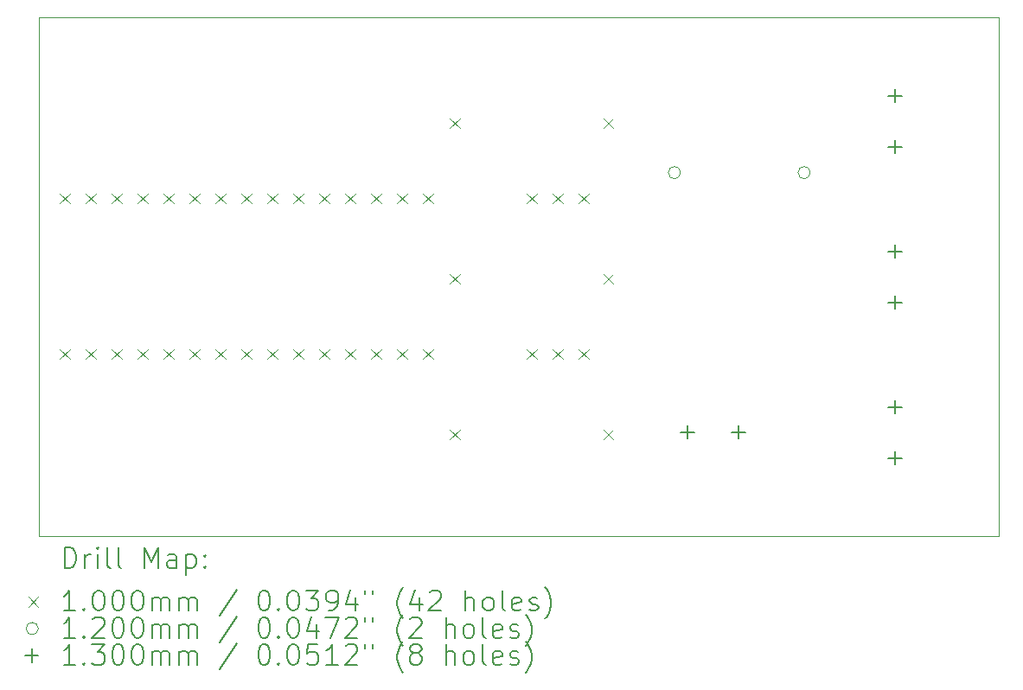
<source format=gbr>
%FSLAX45Y45*%
G04 Gerber Fmt 4.5, Leading zero omitted, Abs format (unit mm)*
G04 Created by KiCad (PCBNEW (6.0.1)) date 2022-04-25 15:23:27*
%MOMM*%
%LPD*%
G01*
G04 APERTURE LIST*
%TA.AperFunction,Profile*%
%ADD10C,0.100000*%
%TD*%
%ADD11C,0.200000*%
%ADD12C,0.100000*%
%ADD13C,0.120000*%
%ADD14C,0.130000*%
G04 APERTURE END LIST*
D10*
X17526000Y-7620000D02*
X8128000Y-7620000D01*
X8128000Y-7620000D02*
X8128000Y-12700000D01*
X8128000Y-12700000D02*
X17526000Y-12700000D01*
X17526000Y-12700000D02*
X17526000Y-7620000D01*
D11*
D12*
X8332000Y-9348000D02*
X8432000Y-9448000D01*
X8432000Y-9348000D02*
X8332000Y-9448000D01*
X8332000Y-10872000D02*
X8432000Y-10972000D01*
X8432000Y-10872000D02*
X8332000Y-10972000D01*
X8586000Y-9348000D02*
X8686000Y-9448000D01*
X8686000Y-9348000D02*
X8586000Y-9448000D01*
X8586000Y-10872000D02*
X8686000Y-10972000D01*
X8686000Y-10872000D02*
X8586000Y-10972000D01*
X8840000Y-9348000D02*
X8940000Y-9448000D01*
X8940000Y-9348000D02*
X8840000Y-9448000D01*
X8840000Y-10872000D02*
X8940000Y-10972000D01*
X8940000Y-10872000D02*
X8840000Y-10972000D01*
X9094000Y-9348000D02*
X9194000Y-9448000D01*
X9194000Y-9348000D02*
X9094000Y-9448000D01*
X9094000Y-10872000D02*
X9194000Y-10972000D01*
X9194000Y-10872000D02*
X9094000Y-10972000D01*
X9348000Y-9348000D02*
X9448000Y-9448000D01*
X9448000Y-9348000D02*
X9348000Y-9448000D01*
X9348000Y-10872000D02*
X9448000Y-10972000D01*
X9448000Y-10872000D02*
X9348000Y-10972000D01*
X9602000Y-9348000D02*
X9702000Y-9448000D01*
X9702000Y-9348000D02*
X9602000Y-9448000D01*
X9602000Y-10872000D02*
X9702000Y-10972000D01*
X9702000Y-10872000D02*
X9602000Y-10972000D01*
X9856000Y-9348000D02*
X9956000Y-9448000D01*
X9956000Y-9348000D02*
X9856000Y-9448000D01*
X9856000Y-10872000D02*
X9956000Y-10972000D01*
X9956000Y-10872000D02*
X9856000Y-10972000D01*
X10110000Y-9348000D02*
X10210000Y-9448000D01*
X10210000Y-9348000D02*
X10110000Y-9448000D01*
X10110000Y-10872000D02*
X10210000Y-10972000D01*
X10210000Y-10872000D02*
X10110000Y-10972000D01*
X10364000Y-9348000D02*
X10464000Y-9448000D01*
X10464000Y-9348000D02*
X10364000Y-9448000D01*
X10364000Y-10872000D02*
X10464000Y-10972000D01*
X10464000Y-10872000D02*
X10364000Y-10972000D01*
X10618000Y-9348000D02*
X10718000Y-9448000D01*
X10718000Y-9348000D02*
X10618000Y-9448000D01*
X10618000Y-10872000D02*
X10718000Y-10972000D01*
X10718000Y-10872000D02*
X10618000Y-10972000D01*
X10872000Y-9348000D02*
X10972000Y-9448000D01*
X10972000Y-9348000D02*
X10872000Y-9448000D01*
X10872000Y-10872000D02*
X10972000Y-10972000D01*
X10972000Y-10872000D02*
X10872000Y-10972000D01*
X11126000Y-9348000D02*
X11226000Y-9448000D01*
X11226000Y-9348000D02*
X11126000Y-9448000D01*
X11126000Y-10872000D02*
X11226000Y-10972000D01*
X11226000Y-10872000D02*
X11126000Y-10972000D01*
X11380000Y-9348000D02*
X11480000Y-9448000D01*
X11480000Y-9348000D02*
X11380000Y-9448000D01*
X11380000Y-10872000D02*
X11480000Y-10972000D01*
X11480000Y-10872000D02*
X11380000Y-10972000D01*
X11634000Y-9348000D02*
X11734000Y-9448000D01*
X11734000Y-9348000D02*
X11634000Y-9448000D01*
X11634000Y-10872000D02*
X11734000Y-10972000D01*
X11734000Y-10872000D02*
X11634000Y-10972000D01*
X11888000Y-9348000D02*
X11988000Y-9448000D01*
X11988000Y-9348000D02*
X11888000Y-9448000D01*
X11888000Y-10872000D02*
X11988000Y-10972000D01*
X11988000Y-10872000D02*
X11888000Y-10972000D01*
X12154000Y-8610250D02*
X12254000Y-8710250D01*
X12254000Y-8610250D02*
X12154000Y-8710250D01*
X12154000Y-10134250D02*
X12254000Y-10234250D01*
X12254000Y-10134250D02*
X12154000Y-10234250D01*
X12154000Y-11658250D02*
X12254000Y-11758250D01*
X12254000Y-11658250D02*
X12154000Y-11758250D01*
X12904000Y-9348000D02*
X13004000Y-9448000D01*
X13004000Y-9348000D02*
X12904000Y-9448000D01*
X12904000Y-10872000D02*
X13004000Y-10972000D01*
X13004000Y-10872000D02*
X12904000Y-10972000D01*
X13158000Y-9348000D02*
X13258000Y-9448000D01*
X13258000Y-9348000D02*
X13158000Y-9448000D01*
X13158000Y-10872000D02*
X13258000Y-10972000D01*
X13258000Y-10872000D02*
X13158000Y-10972000D01*
X13412000Y-9348000D02*
X13512000Y-9448000D01*
X13512000Y-9348000D02*
X13412000Y-9448000D01*
X13412000Y-10872000D02*
X13512000Y-10972000D01*
X13512000Y-10872000D02*
X13412000Y-10972000D01*
X13654000Y-8610250D02*
X13754000Y-8710250D01*
X13754000Y-8610250D02*
X13654000Y-8710250D01*
X13654000Y-10134250D02*
X13754000Y-10234250D01*
X13754000Y-10134250D02*
X13654000Y-10234250D01*
X13654000Y-11658250D02*
X13754000Y-11758250D01*
X13754000Y-11658250D02*
X13654000Y-11758250D01*
D13*
X14411000Y-9144000D02*
G75*
G03*
X14411000Y-9144000I-60000J0D01*
G01*
X15681000Y-9144000D02*
G75*
G03*
X15681000Y-9144000I-60000J0D01*
G01*
D14*
X14478000Y-11619000D02*
X14478000Y-11749000D01*
X14413000Y-11684000D02*
X14543000Y-11684000D01*
X14978000Y-11619000D02*
X14978000Y-11749000D01*
X14913000Y-11684000D02*
X15043000Y-11684000D01*
X16510000Y-8325000D02*
X16510000Y-8455000D01*
X16445000Y-8390000D02*
X16575000Y-8390000D01*
X16510000Y-8825000D02*
X16510000Y-8955000D01*
X16445000Y-8890000D02*
X16575000Y-8890000D01*
X16510000Y-9849000D02*
X16510000Y-9979000D01*
X16445000Y-9914000D02*
X16575000Y-9914000D01*
X16510000Y-10349000D02*
X16510000Y-10479000D01*
X16445000Y-10414000D02*
X16575000Y-10414000D01*
X16510000Y-11373000D02*
X16510000Y-11503000D01*
X16445000Y-11438000D02*
X16575000Y-11438000D01*
X16510000Y-11873000D02*
X16510000Y-12003000D01*
X16445000Y-11938000D02*
X16575000Y-11938000D01*
D11*
X8380619Y-13015476D02*
X8380619Y-12815476D01*
X8428238Y-12815476D01*
X8456810Y-12825000D01*
X8475857Y-12844048D01*
X8485381Y-12863095D01*
X8494905Y-12901190D01*
X8494905Y-12929762D01*
X8485381Y-12967857D01*
X8475857Y-12986905D01*
X8456810Y-13005952D01*
X8428238Y-13015476D01*
X8380619Y-13015476D01*
X8580619Y-13015476D02*
X8580619Y-12882143D01*
X8580619Y-12920238D02*
X8590143Y-12901190D01*
X8599667Y-12891667D01*
X8618714Y-12882143D01*
X8637762Y-12882143D01*
X8704429Y-13015476D02*
X8704429Y-12882143D01*
X8704429Y-12815476D02*
X8694905Y-12825000D01*
X8704429Y-12834524D01*
X8713952Y-12825000D01*
X8704429Y-12815476D01*
X8704429Y-12834524D01*
X8828238Y-13015476D02*
X8809190Y-13005952D01*
X8799667Y-12986905D01*
X8799667Y-12815476D01*
X8933000Y-13015476D02*
X8913952Y-13005952D01*
X8904429Y-12986905D01*
X8904429Y-12815476D01*
X9161571Y-13015476D02*
X9161571Y-12815476D01*
X9228238Y-12958333D01*
X9294905Y-12815476D01*
X9294905Y-13015476D01*
X9475857Y-13015476D02*
X9475857Y-12910714D01*
X9466333Y-12891667D01*
X9447286Y-12882143D01*
X9409190Y-12882143D01*
X9390143Y-12891667D01*
X9475857Y-13005952D02*
X9456810Y-13015476D01*
X9409190Y-13015476D01*
X9390143Y-13005952D01*
X9380619Y-12986905D01*
X9380619Y-12967857D01*
X9390143Y-12948809D01*
X9409190Y-12939286D01*
X9456810Y-12939286D01*
X9475857Y-12929762D01*
X9571095Y-12882143D02*
X9571095Y-13082143D01*
X9571095Y-12891667D02*
X9590143Y-12882143D01*
X9628238Y-12882143D01*
X9647286Y-12891667D01*
X9656810Y-12901190D01*
X9666333Y-12920238D01*
X9666333Y-12977381D01*
X9656810Y-12996428D01*
X9647286Y-13005952D01*
X9628238Y-13015476D01*
X9590143Y-13015476D01*
X9571095Y-13005952D01*
X9752048Y-12996428D02*
X9761571Y-13005952D01*
X9752048Y-13015476D01*
X9742524Y-13005952D01*
X9752048Y-12996428D01*
X9752048Y-13015476D01*
X9752048Y-12891667D02*
X9761571Y-12901190D01*
X9752048Y-12910714D01*
X9742524Y-12901190D01*
X9752048Y-12891667D01*
X9752048Y-12910714D01*
D12*
X8023000Y-13295000D02*
X8123000Y-13395000D01*
X8123000Y-13295000D02*
X8023000Y-13395000D01*
D11*
X8485381Y-13435476D02*
X8371095Y-13435476D01*
X8428238Y-13435476D02*
X8428238Y-13235476D01*
X8409190Y-13264048D01*
X8390143Y-13283095D01*
X8371095Y-13292619D01*
X8571095Y-13416428D02*
X8580619Y-13425952D01*
X8571095Y-13435476D01*
X8561571Y-13425952D01*
X8571095Y-13416428D01*
X8571095Y-13435476D01*
X8704429Y-13235476D02*
X8723476Y-13235476D01*
X8742524Y-13245000D01*
X8752048Y-13254524D01*
X8761571Y-13273571D01*
X8771095Y-13311667D01*
X8771095Y-13359286D01*
X8761571Y-13397381D01*
X8752048Y-13416428D01*
X8742524Y-13425952D01*
X8723476Y-13435476D01*
X8704429Y-13435476D01*
X8685381Y-13425952D01*
X8675857Y-13416428D01*
X8666333Y-13397381D01*
X8656810Y-13359286D01*
X8656810Y-13311667D01*
X8666333Y-13273571D01*
X8675857Y-13254524D01*
X8685381Y-13245000D01*
X8704429Y-13235476D01*
X8894905Y-13235476D02*
X8913952Y-13235476D01*
X8933000Y-13245000D01*
X8942524Y-13254524D01*
X8952048Y-13273571D01*
X8961571Y-13311667D01*
X8961571Y-13359286D01*
X8952048Y-13397381D01*
X8942524Y-13416428D01*
X8933000Y-13425952D01*
X8913952Y-13435476D01*
X8894905Y-13435476D01*
X8875857Y-13425952D01*
X8866333Y-13416428D01*
X8856810Y-13397381D01*
X8847286Y-13359286D01*
X8847286Y-13311667D01*
X8856810Y-13273571D01*
X8866333Y-13254524D01*
X8875857Y-13245000D01*
X8894905Y-13235476D01*
X9085381Y-13235476D02*
X9104429Y-13235476D01*
X9123476Y-13245000D01*
X9133000Y-13254524D01*
X9142524Y-13273571D01*
X9152048Y-13311667D01*
X9152048Y-13359286D01*
X9142524Y-13397381D01*
X9133000Y-13416428D01*
X9123476Y-13425952D01*
X9104429Y-13435476D01*
X9085381Y-13435476D01*
X9066333Y-13425952D01*
X9056810Y-13416428D01*
X9047286Y-13397381D01*
X9037762Y-13359286D01*
X9037762Y-13311667D01*
X9047286Y-13273571D01*
X9056810Y-13254524D01*
X9066333Y-13245000D01*
X9085381Y-13235476D01*
X9237762Y-13435476D02*
X9237762Y-13302143D01*
X9237762Y-13321190D02*
X9247286Y-13311667D01*
X9266333Y-13302143D01*
X9294905Y-13302143D01*
X9313952Y-13311667D01*
X9323476Y-13330714D01*
X9323476Y-13435476D01*
X9323476Y-13330714D02*
X9333000Y-13311667D01*
X9352048Y-13302143D01*
X9380619Y-13302143D01*
X9399667Y-13311667D01*
X9409190Y-13330714D01*
X9409190Y-13435476D01*
X9504429Y-13435476D02*
X9504429Y-13302143D01*
X9504429Y-13321190D02*
X9513952Y-13311667D01*
X9533000Y-13302143D01*
X9561571Y-13302143D01*
X9580619Y-13311667D01*
X9590143Y-13330714D01*
X9590143Y-13435476D01*
X9590143Y-13330714D02*
X9599667Y-13311667D01*
X9618714Y-13302143D01*
X9647286Y-13302143D01*
X9666333Y-13311667D01*
X9675857Y-13330714D01*
X9675857Y-13435476D01*
X10066333Y-13225952D02*
X9894905Y-13483095D01*
X10323476Y-13235476D02*
X10342524Y-13235476D01*
X10361571Y-13245000D01*
X10371095Y-13254524D01*
X10380619Y-13273571D01*
X10390143Y-13311667D01*
X10390143Y-13359286D01*
X10380619Y-13397381D01*
X10371095Y-13416428D01*
X10361571Y-13425952D01*
X10342524Y-13435476D01*
X10323476Y-13435476D01*
X10304429Y-13425952D01*
X10294905Y-13416428D01*
X10285381Y-13397381D01*
X10275857Y-13359286D01*
X10275857Y-13311667D01*
X10285381Y-13273571D01*
X10294905Y-13254524D01*
X10304429Y-13245000D01*
X10323476Y-13235476D01*
X10475857Y-13416428D02*
X10485381Y-13425952D01*
X10475857Y-13435476D01*
X10466333Y-13425952D01*
X10475857Y-13416428D01*
X10475857Y-13435476D01*
X10609190Y-13235476D02*
X10628238Y-13235476D01*
X10647286Y-13245000D01*
X10656810Y-13254524D01*
X10666333Y-13273571D01*
X10675857Y-13311667D01*
X10675857Y-13359286D01*
X10666333Y-13397381D01*
X10656810Y-13416428D01*
X10647286Y-13425952D01*
X10628238Y-13435476D01*
X10609190Y-13435476D01*
X10590143Y-13425952D01*
X10580619Y-13416428D01*
X10571095Y-13397381D01*
X10561571Y-13359286D01*
X10561571Y-13311667D01*
X10571095Y-13273571D01*
X10580619Y-13254524D01*
X10590143Y-13245000D01*
X10609190Y-13235476D01*
X10742524Y-13235476D02*
X10866333Y-13235476D01*
X10799667Y-13311667D01*
X10828238Y-13311667D01*
X10847286Y-13321190D01*
X10856810Y-13330714D01*
X10866333Y-13349762D01*
X10866333Y-13397381D01*
X10856810Y-13416428D01*
X10847286Y-13425952D01*
X10828238Y-13435476D01*
X10771095Y-13435476D01*
X10752048Y-13425952D01*
X10742524Y-13416428D01*
X10961571Y-13435476D02*
X10999667Y-13435476D01*
X11018714Y-13425952D01*
X11028238Y-13416428D01*
X11047286Y-13387857D01*
X11056810Y-13349762D01*
X11056810Y-13273571D01*
X11047286Y-13254524D01*
X11037762Y-13245000D01*
X11018714Y-13235476D01*
X10980619Y-13235476D01*
X10961571Y-13245000D01*
X10952048Y-13254524D01*
X10942524Y-13273571D01*
X10942524Y-13321190D01*
X10952048Y-13340238D01*
X10961571Y-13349762D01*
X10980619Y-13359286D01*
X11018714Y-13359286D01*
X11037762Y-13349762D01*
X11047286Y-13340238D01*
X11056810Y-13321190D01*
X11228238Y-13302143D02*
X11228238Y-13435476D01*
X11180619Y-13225952D02*
X11133000Y-13368809D01*
X11256809Y-13368809D01*
X11323476Y-13235476D02*
X11323476Y-13273571D01*
X11399667Y-13235476D02*
X11399667Y-13273571D01*
X11694905Y-13511667D02*
X11685381Y-13502143D01*
X11666333Y-13473571D01*
X11656809Y-13454524D01*
X11647286Y-13425952D01*
X11637762Y-13378333D01*
X11637762Y-13340238D01*
X11647286Y-13292619D01*
X11656809Y-13264048D01*
X11666333Y-13245000D01*
X11685381Y-13216428D01*
X11694905Y-13206905D01*
X11856809Y-13302143D02*
X11856809Y-13435476D01*
X11809190Y-13225952D02*
X11761571Y-13368809D01*
X11885381Y-13368809D01*
X11952048Y-13254524D02*
X11961571Y-13245000D01*
X11980619Y-13235476D01*
X12028238Y-13235476D01*
X12047286Y-13245000D01*
X12056809Y-13254524D01*
X12066333Y-13273571D01*
X12066333Y-13292619D01*
X12056809Y-13321190D01*
X11942524Y-13435476D01*
X12066333Y-13435476D01*
X12304428Y-13435476D02*
X12304428Y-13235476D01*
X12390143Y-13435476D02*
X12390143Y-13330714D01*
X12380619Y-13311667D01*
X12361571Y-13302143D01*
X12333000Y-13302143D01*
X12313952Y-13311667D01*
X12304428Y-13321190D01*
X12513952Y-13435476D02*
X12494905Y-13425952D01*
X12485381Y-13416428D01*
X12475857Y-13397381D01*
X12475857Y-13340238D01*
X12485381Y-13321190D01*
X12494905Y-13311667D01*
X12513952Y-13302143D01*
X12542524Y-13302143D01*
X12561571Y-13311667D01*
X12571095Y-13321190D01*
X12580619Y-13340238D01*
X12580619Y-13397381D01*
X12571095Y-13416428D01*
X12561571Y-13425952D01*
X12542524Y-13435476D01*
X12513952Y-13435476D01*
X12694905Y-13435476D02*
X12675857Y-13425952D01*
X12666333Y-13406905D01*
X12666333Y-13235476D01*
X12847286Y-13425952D02*
X12828238Y-13435476D01*
X12790143Y-13435476D01*
X12771095Y-13425952D01*
X12761571Y-13406905D01*
X12761571Y-13330714D01*
X12771095Y-13311667D01*
X12790143Y-13302143D01*
X12828238Y-13302143D01*
X12847286Y-13311667D01*
X12856809Y-13330714D01*
X12856809Y-13349762D01*
X12761571Y-13368809D01*
X12933000Y-13425952D02*
X12952048Y-13435476D01*
X12990143Y-13435476D01*
X13009190Y-13425952D01*
X13018714Y-13406905D01*
X13018714Y-13397381D01*
X13009190Y-13378333D01*
X12990143Y-13368809D01*
X12961571Y-13368809D01*
X12942524Y-13359286D01*
X12933000Y-13340238D01*
X12933000Y-13330714D01*
X12942524Y-13311667D01*
X12961571Y-13302143D01*
X12990143Y-13302143D01*
X13009190Y-13311667D01*
X13085381Y-13511667D02*
X13094905Y-13502143D01*
X13113952Y-13473571D01*
X13123476Y-13454524D01*
X13133000Y-13425952D01*
X13142524Y-13378333D01*
X13142524Y-13340238D01*
X13133000Y-13292619D01*
X13123476Y-13264048D01*
X13113952Y-13245000D01*
X13094905Y-13216428D01*
X13085381Y-13206905D01*
D13*
X8123000Y-13609000D02*
G75*
G03*
X8123000Y-13609000I-60000J0D01*
G01*
D11*
X8485381Y-13699476D02*
X8371095Y-13699476D01*
X8428238Y-13699476D02*
X8428238Y-13499476D01*
X8409190Y-13528048D01*
X8390143Y-13547095D01*
X8371095Y-13556619D01*
X8571095Y-13680428D02*
X8580619Y-13689952D01*
X8571095Y-13699476D01*
X8561571Y-13689952D01*
X8571095Y-13680428D01*
X8571095Y-13699476D01*
X8656810Y-13518524D02*
X8666333Y-13509000D01*
X8685381Y-13499476D01*
X8733000Y-13499476D01*
X8752048Y-13509000D01*
X8761571Y-13518524D01*
X8771095Y-13537571D01*
X8771095Y-13556619D01*
X8761571Y-13585190D01*
X8647286Y-13699476D01*
X8771095Y-13699476D01*
X8894905Y-13499476D02*
X8913952Y-13499476D01*
X8933000Y-13509000D01*
X8942524Y-13518524D01*
X8952048Y-13537571D01*
X8961571Y-13575667D01*
X8961571Y-13623286D01*
X8952048Y-13661381D01*
X8942524Y-13680428D01*
X8933000Y-13689952D01*
X8913952Y-13699476D01*
X8894905Y-13699476D01*
X8875857Y-13689952D01*
X8866333Y-13680428D01*
X8856810Y-13661381D01*
X8847286Y-13623286D01*
X8847286Y-13575667D01*
X8856810Y-13537571D01*
X8866333Y-13518524D01*
X8875857Y-13509000D01*
X8894905Y-13499476D01*
X9085381Y-13499476D02*
X9104429Y-13499476D01*
X9123476Y-13509000D01*
X9133000Y-13518524D01*
X9142524Y-13537571D01*
X9152048Y-13575667D01*
X9152048Y-13623286D01*
X9142524Y-13661381D01*
X9133000Y-13680428D01*
X9123476Y-13689952D01*
X9104429Y-13699476D01*
X9085381Y-13699476D01*
X9066333Y-13689952D01*
X9056810Y-13680428D01*
X9047286Y-13661381D01*
X9037762Y-13623286D01*
X9037762Y-13575667D01*
X9047286Y-13537571D01*
X9056810Y-13518524D01*
X9066333Y-13509000D01*
X9085381Y-13499476D01*
X9237762Y-13699476D02*
X9237762Y-13566143D01*
X9237762Y-13585190D02*
X9247286Y-13575667D01*
X9266333Y-13566143D01*
X9294905Y-13566143D01*
X9313952Y-13575667D01*
X9323476Y-13594714D01*
X9323476Y-13699476D01*
X9323476Y-13594714D02*
X9333000Y-13575667D01*
X9352048Y-13566143D01*
X9380619Y-13566143D01*
X9399667Y-13575667D01*
X9409190Y-13594714D01*
X9409190Y-13699476D01*
X9504429Y-13699476D02*
X9504429Y-13566143D01*
X9504429Y-13585190D02*
X9513952Y-13575667D01*
X9533000Y-13566143D01*
X9561571Y-13566143D01*
X9580619Y-13575667D01*
X9590143Y-13594714D01*
X9590143Y-13699476D01*
X9590143Y-13594714D02*
X9599667Y-13575667D01*
X9618714Y-13566143D01*
X9647286Y-13566143D01*
X9666333Y-13575667D01*
X9675857Y-13594714D01*
X9675857Y-13699476D01*
X10066333Y-13489952D02*
X9894905Y-13747095D01*
X10323476Y-13499476D02*
X10342524Y-13499476D01*
X10361571Y-13509000D01*
X10371095Y-13518524D01*
X10380619Y-13537571D01*
X10390143Y-13575667D01*
X10390143Y-13623286D01*
X10380619Y-13661381D01*
X10371095Y-13680428D01*
X10361571Y-13689952D01*
X10342524Y-13699476D01*
X10323476Y-13699476D01*
X10304429Y-13689952D01*
X10294905Y-13680428D01*
X10285381Y-13661381D01*
X10275857Y-13623286D01*
X10275857Y-13575667D01*
X10285381Y-13537571D01*
X10294905Y-13518524D01*
X10304429Y-13509000D01*
X10323476Y-13499476D01*
X10475857Y-13680428D02*
X10485381Y-13689952D01*
X10475857Y-13699476D01*
X10466333Y-13689952D01*
X10475857Y-13680428D01*
X10475857Y-13699476D01*
X10609190Y-13499476D02*
X10628238Y-13499476D01*
X10647286Y-13509000D01*
X10656810Y-13518524D01*
X10666333Y-13537571D01*
X10675857Y-13575667D01*
X10675857Y-13623286D01*
X10666333Y-13661381D01*
X10656810Y-13680428D01*
X10647286Y-13689952D01*
X10628238Y-13699476D01*
X10609190Y-13699476D01*
X10590143Y-13689952D01*
X10580619Y-13680428D01*
X10571095Y-13661381D01*
X10561571Y-13623286D01*
X10561571Y-13575667D01*
X10571095Y-13537571D01*
X10580619Y-13518524D01*
X10590143Y-13509000D01*
X10609190Y-13499476D01*
X10847286Y-13566143D02*
X10847286Y-13699476D01*
X10799667Y-13489952D02*
X10752048Y-13632809D01*
X10875857Y-13632809D01*
X10933000Y-13499476D02*
X11066333Y-13499476D01*
X10980619Y-13699476D01*
X11133000Y-13518524D02*
X11142524Y-13509000D01*
X11161571Y-13499476D01*
X11209190Y-13499476D01*
X11228238Y-13509000D01*
X11237762Y-13518524D01*
X11247286Y-13537571D01*
X11247286Y-13556619D01*
X11237762Y-13585190D01*
X11123476Y-13699476D01*
X11247286Y-13699476D01*
X11323476Y-13499476D02*
X11323476Y-13537571D01*
X11399667Y-13499476D02*
X11399667Y-13537571D01*
X11694905Y-13775667D02*
X11685381Y-13766143D01*
X11666333Y-13737571D01*
X11656809Y-13718524D01*
X11647286Y-13689952D01*
X11637762Y-13642333D01*
X11637762Y-13604238D01*
X11647286Y-13556619D01*
X11656809Y-13528048D01*
X11666333Y-13509000D01*
X11685381Y-13480428D01*
X11694905Y-13470905D01*
X11761571Y-13518524D02*
X11771095Y-13509000D01*
X11790143Y-13499476D01*
X11837762Y-13499476D01*
X11856809Y-13509000D01*
X11866333Y-13518524D01*
X11875857Y-13537571D01*
X11875857Y-13556619D01*
X11866333Y-13585190D01*
X11752048Y-13699476D01*
X11875857Y-13699476D01*
X12113952Y-13699476D02*
X12113952Y-13499476D01*
X12199667Y-13699476D02*
X12199667Y-13594714D01*
X12190143Y-13575667D01*
X12171095Y-13566143D01*
X12142524Y-13566143D01*
X12123476Y-13575667D01*
X12113952Y-13585190D01*
X12323476Y-13699476D02*
X12304428Y-13689952D01*
X12294905Y-13680428D01*
X12285381Y-13661381D01*
X12285381Y-13604238D01*
X12294905Y-13585190D01*
X12304428Y-13575667D01*
X12323476Y-13566143D01*
X12352048Y-13566143D01*
X12371095Y-13575667D01*
X12380619Y-13585190D01*
X12390143Y-13604238D01*
X12390143Y-13661381D01*
X12380619Y-13680428D01*
X12371095Y-13689952D01*
X12352048Y-13699476D01*
X12323476Y-13699476D01*
X12504428Y-13699476D02*
X12485381Y-13689952D01*
X12475857Y-13670905D01*
X12475857Y-13499476D01*
X12656809Y-13689952D02*
X12637762Y-13699476D01*
X12599667Y-13699476D01*
X12580619Y-13689952D01*
X12571095Y-13670905D01*
X12571095Y-13594714D01*
X12580619Y-13575667D01*
X12599667Y-13566143D01*
X12637762Y-13566143D01*
X12656809Y-13575667D01*
X12666333Y-13594714D01*
X12666333Y-13613762D01*
X12571095Y-13632809D01*
X12742524Y-13689952D02*
X12761571Y-13699476D01*
X12799667Y-13699476D01*
X12818714Y-13689952D01*
X12828238Y-13670905D01*
X12828238Y-13661381D01*
X12818714Y-13642333D01*
X12799667Y-13632809D01*
X12771095Y-13632809D01*
X12752048Y-13623286D01*
X12742524Y-13604238D01*
X12742524Y-13594714D01*
X12752048Y-13575667D01*
X12771095Y-13566143D01*
X12799667Y-13566143D01*
X12818714Y-13575667D01*
X12894905Y-13775667D02*
X12904428Y-13766143D01*
X12923476Y-13737571D01*
X12933000Y-13718524D01*
X12942524Y-13689952D01*
X12952048Y-13642333D01*
X12952048Y-13604238D01*
X12942524Y-13556619D01*
X12933000Y-13528048D01*
X12923476Y-13509000D01*
X12904428Y-13480428D01*
X12894905Y-13470905D01*
D14*
X8058000Y-13808000D02*
X8058000Y-13938000D01*
X7993000Y-13873000D02*
X8123000Y-13873000D01*
D11*
X8485381Y-13963476D02*
X8371095Y-13963476D01*
X8428238Y-13963476D02*
X8428238Y-13763476D01*
X8409190Y-13792048D01*
X8390143Y-13811095D01*
X8371095Y-13820619D01*
X8571095Y-13944428D02*
X8580619Y-13953952D01*
X8571095Y-13963476D01*
X8561571Y-13953952D01*
X8571095Y-13944428D01*
X8571095Y-13963476D01*
X8647286Y-13763476D02*
X8771095Y-13763476D01*
X8704429Y-13839667D01*
X8733000Y-13839667D01*
X8752048Y-13849190D01*
X8761571Y-13858714D01*
X8771095Y-13877762D01*
X8771095Y-13925381D01*
X8761571Y-13944428D01*
X8752048Y-13953952D01*
X8733000Y-13963476D01*
X8675857Y-13963476D01*
X8656810Y-13953952D01*
X8647286Y-13944428D01*
X8894905Y-13763476D02*
X8913952Y-13763476D01*
X8933000Y-13773000D01*
X8942524Y-13782524D01*
X8952048Y-13801571D01*
X8961571Y-13839667D01*
X8961571Y-13887286D01*
X8952048Y-13925381D01*
X8942524Y-13944428D01*
X8933000Y-13953952D01*
X8913952Y-13963476D01*
X8894905Y-13963476D01*
X8875857Y-13953952D01*
X8866333Y-13944428D01*
X8856810Y-13925381D01*
X8847286Y-13887286D01*
X8847286Y-13839667D01*
X8856810Y-13801571D01*
X8866333Y-13782524D01*
X8875857Y-13773000D01*
X8894905Y-13763476D01*
X9085381Y-13763476D02*
X9104429Y-13763476D01*
X9123476Y-13773000D01*
X9133000Y-13782524D01*
X9142524Y-13801571D01*
X9152048Y-13839667D01*
X9152048Y-13887286D01*
X9142524Y-13925381D01*
X9133000Y-13944428D01*
X9123476Y-13953952D01*
X9104429Y-13963476D01*
X9085381Y-13963476D01*
X9066333Y-13953952D01*
X9056810Y-13944428D01*
X9047286Y-13925381D01*
X9037762Y-13887286D01*
X9037762Y-13839667D01*
X9047286Y-13801571D01*
X9056810Y-13782524D01*
X9066333Y-13773000D01*
X9085381Y-13763476D01*
X9237762Y-13963476D02*
X9237762Y-13830143D01*
X9237762Y-13849190D02*
X9247286Y-13839667D01*
X9266333Y-13830143D01*
X9294905Y-13830143D01*
X9313952Y-13839667D01*
X9323476Y-13858714D01*
X9323476Y-13963476D01*
X9323476Y-13858714D02*
X9333000Y-13839667D01*
X9352048Y-13830143D01*
X9380619Y-13830143D01*
X9399667Y-13839667D01*
X9409190Y-13858714D01*
X9409190Y-13963476D01*
X9504429Y-13963476D02*
X9504429Y-13830143D01*
X9504429Y-13849190D02*
X9513952Y-13839667D01*
X9533000Y-13830143D01*
X9561571Y-13830143D01*
X9580619Y-13839667D01*
X9590143Y-13858714D01*
X9590143Y-13963476D01*
X9590143Y-13858714D02*
X9599667Y-13839667D01*
X9618714Y-13830143D01*
X9647286Y-13830143D01*
X9666333Y-13839667D01*
X9675857Y-13858714D01*
X9675857Y-13963476D01*
X10066333Y-13753952D02*
X9894905Y-14011095D01*
X10323476Y-13763476D02*
X10342524Y-13763476D01*
X10361571Y-13773000D01*
X10371095Y-13782524D01*
X10380619Y-13801571D01*
X10390143Y-13839667D01*
X10390143Y-13887286D01*
X10380619Y-13925381D01*
X10371095Y-13944428D01*
X10361571Y-13953952D01*
X10342524Y-13963476D01*
X10323476Y-13963476D01*
X10304429Y-13953952D01*
X10294905Y-13944428D01*
X10285381Y-13925381D01*
X10275857Y-13887286D01*
X10275857Y-13839667D01*
X10285381Y-13801571D01*
X10294905Y-13782524D01*
X10304429Y-13773000D01*
X10323476Y-13763476D01*
X10475857Y-13944428D02*
X10485381Y-13953952D01*
X10475857Y-13963476D01*
X10466333Y-13953952D01*
X10475857Y-13944428D01*
X10475857Y-13963476D01*
X10609190Y-13763476D02*
X10628238Y-13763476D01*
X10647286Y-13773000D01*
X10656810Y-13782524D01*
X10666333Y-13801571D01*
X10675857Y-13839667D01*
X10675857Y-13887286D01*
X10666333Y-13925381D01*
X10656810Y-13944428D01*
X10647286Y-13953952D01*
X10628238Y-13963476D01*
X10609190Y-13963476D01*
X10590143Y-13953952D01*
X10580619Y-13944428D01*
X10571095Y-13925381D01*
X10561571Y-13887286D01*
X10561571Y-13839667D01*
X10571095Y-13801571D01*
X10580619Y-13782524D01*
X10590143Y-13773000D01*
X10609190Y-13763476D01*
X10856810Y-13763476D02*
X10761571Y-13763476D01*
X10752048Y-13858714D01*
X10761571Y-13849190D01*
X10780619Y-13839667D01*
X10828238Y-13839667D01*
X10847286Y-13849190D01*
X10856810Y-13858714D01*
X10866333Y-13877762D01*
X10866333Y-13925381D01*
X10856810Y-13944428D01*
X10847286Y-13953952D01*
X10828238Y-13963476D01*
X10780619Y-13963476D01*
X10761571Y-13953952D01*
X10752048Y-13944428D01*
X11056810Y-13963476D02*
X10942524Y-13963476D01*
X10999667Y-13963476D02*
X10999667Y-13763476D01*
X10980619Y-13792048D01*
X10961571Y-13811095D01*
X10942524Y-13820619D01*
X11133000Y-13782524D02*
X11142524Y-13773000D01*
X11161571Y-13763476D01*
X11209190Y-13763476D01*
X11228238Y-13773000D01*
X11237762Y-13782524D01*
X11247286Y-13801571D01*
X11247286Y-13820619D01*
X11237762Y-13849190D01*
X11123476Y-13963476D01*
X11247286Y-13963476D01*
X11323476Y-13763476D02*
X11323476Y-13801571D01*
X11399667Y-13763476D02*
X11399667Y-13801571D01*
X11694905Y-14039667D02*
X11685381Y-14030143D01*
X11666333Y-14001571D01*
X11656809Y-13982524D01*
X11647286Y-13953952D01*
X11637762Y-13906333D01*
X11637762Y-13868238D01*
X11647286Y-13820619D01*
X11656809Y-13792048D01*
X11666333Y-13773000D01*
X11685381Y-13744428D01*
X11694905Y-13734905D01*
X11799667Y-13849190D02*
X11780619Y-13839667D01*
X11771095Y-13830143D01*
X11761571Y-13811095D01*
X11761571Y-13801571D01*
X11771095Y-13782524D01*
X11780619Y-13773000D01*
X11799667Y-13763476D01*
X11837762Y-13763476D01*
X11856809Y-13773000D01*
X11866333Y-13782524D01*
X11875857Y-13801571D01*
X11875857Y-13811095D01*
X11866333Y-13830143D01*
X11856809Y-13839667D01*
X11837762Y-13849190D01*
X11799667Y-13849190D01*
X11780619Y-13858714D01*
X11771095Y-13868238D01*
X11761571Y-13887286D01*
X11761571Y-13925381D01*
X11771095Y-13944428D01*
X11780619Y-13953952D01*
X11799667Y-13963476D01*
X11837762Y-13963476D01*
X11856809Y-13953952D01*
X11866333Y-13944428D01*
X11875857Y-13925381D01*
X11875857Y-13887286D01*
X11866333Y-13868238D01*
X11856809Y-13858714D01*
X11837762Y-13849190D01*
X12113952Y-13963476D02*
X12113952Y-13763476D01*
X12199667Y-13963476D02*
X12199667Y-13858714D01*
X12190143Y-13839667D01*
X12171095Y-13830143D01*
X12142524Y-13830143D01*
X12123476Y-13839667D01*
X12113952Y-13849190D01*
X12323476Y-13963476D02*
X12304428Y-13953952D01*
X12294905Y-13944428D01*
X12285381Y-13925381D01*
X12285381Y-13868238D01*
X12294905Y-13849190D01*
X12304428Y-13839667D01*
X12323476Y-13830143D01*
X12352048Y-13830143D01*
X12371095Y-13839667D01*
X12380619Y-13849190D01*
X12390143Y-13868238D01*
X12390143Y-13925381D01*
X12380619Y-13944428D01*
X12371095Y-13953952D01*
X12352048Y-13963476D01*
X12323476Y-13963476D01*
X12504428Y-13963476D02*
X12485381Y-13953952D01*
X12475857Y-13934905D01*
X12475857Y-13763476D01*
X12656809Y-13953952D02*
X12637762Y-13963476D01*
X12599667Y-13963476D01*
X12580619Y-13953952D01*
X12571095Y-13934905D01*
X12571095Y-13858714D01*
X12580619Y-13839667D01*
X12599667Y-13830143D01*
X12637762Y-13830143D01*
X12656809Y-13839667D01*
X12666333Y-13858714D01*
X12666333Y-13877762D01*
X12571095Y-13896809D01*
X12742524Y-13953952D02*
X12761571Y-13963476D01*
X12799667Y-13963476D01*
X12818714Y-13953952D01*
X12828238Y-13934905D01*
X12828238Y-13925381D01*
X12818714Y-13906333D01*
X12799667Y-13896809D01*
X12771095Y-13896809D01*
X12752048Y-13887286D01*
X12742524Y-13868238D01*
X12742524Y-13858714D01*
X12752048Y-13839667D01*
X12771095Y-13830143D01*
X12799667Y-13830143D01*
X12818714Y-13839667D01*
X12894905Y-14039667D02*
X12904428Y-14030143D01*
X12923476Y-14001571D01*
X12933000Y-13982524D01*
X12942524Y-13953952D01*
X12952048Y-13906333D01*
X12952048Y-13868238D01*
X12942524Y-13820619D01*
X12933000Y-13792048D01*
X12923476Y-13773000D01*
X12904428Y-13744428D01*
X12894905Y-13734905D01*
M02*

</source>
